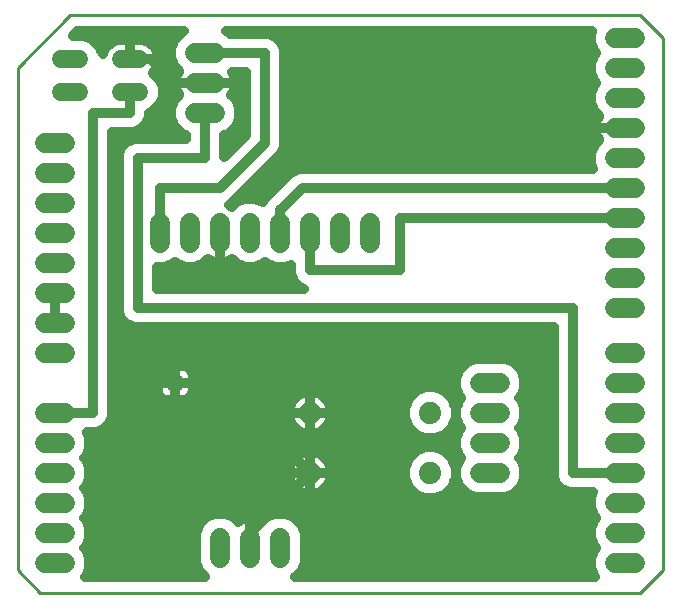
<source format=gtl>
G75*
%MOIN*%
%OFA0B0*%
%FSLAX24Y24*%
%IPPOS*%
%LPD*%
%AMOC8*
5,1,8,0,0,1.08239X$1,22.5*
%
%ADD10C,0.0100*%
%ADD11C,0.0660*%
%ADD12C,0.0740*%
%ADD13C,0.0600*%
%ADD14C,0.0320*%
%ADD15R,0.0480X0.0480*%
D10*
X000900Y001150D02*
X020900Y001150D01*
X021650Y001900D01*
X021650Y019650D01*
X020900Y020400D01*
X001900Y020400D01*
X000150Y018650D01*
X000150Y001900D01*
X000900Y001150D01*
D11*
X001070Y002150D02*
X001730Y002150D01*
X001730Y003150D02*
X001070Y003150D01*
X001070Y004150D02*
X001730Y004150D01*
X001730Y005150D02*
X001070Y005150D01*
X001070Y006150D02*
X001730Y006150D01*
X001730Y007150D02*
X001070Y007150D01*
X001070Y009150D02*
X001730Y009150D01*
X001730Y010150D02*
X001070Y010150D01*
X001070Y011150D02*
X001730Y011150D01*
X001730Y012150D02*
X001070Y012150D01*
X001070Y013150D02*
X001730Y013150D01*
X001730Y014150D02*
X001070Y014150D01*
X001070Y015150D02*
X001730Y015150D01*
X001730Y016150D02*
X001070Y016150D01*
X004900Y013480D02*
X004900Y012820D01*
X005900Y012820D02*
X005900Y013480D01*
X006900Y013480D02*
X006900Y012820D01*
X007900Y012820D02*
X007900Y013480D01*
X008900Y013480D02*
X008900Y012820D01*
X009900Y012820D02*
X009900Y013480D01*
X010900Y013480D02*
X010900Y012820D01*
X011900Y012820D02*
X011900Y013480D01*
X015570Y008150D02*
X016230Y008150D01*
X016230Y007150D02*
X015570Y007150D01*
X015570Y006150D02*
X016230Y006150D01*
X016230Y005150D02*
X015570Y005150D01*
X020070Y005150D02*
X020730Y005150D01*
X020730Y006150D02*
X020070Y006150D01*
X020070Y007150D02*
X020730Y007150D01*
X020730Y008150D02*
X020070Y008150D01*
X020070Y009150D02*
X020730Y009150D01*
X020730Y010650D02*
X020070Y010650D01*
X020070Y011650D02*
X020730Y011650D01*
X020730Y012650D02*
X020070Y012650D01*
X020070Y013650D02*
X020730Y013650D01*
X020730Y014650D02*
X020070Y014650D01*
X020070Y015650D02*
X020730Y015650D01*
X020730Y016650D02*
X020070Y016650D01*
X020070Y017650D02*
X020730Y017650D01*
X020730Y018650D02*
X020070Y018650D01*
X020070Y019650D02*
X020730Y019650D01*
X020730Y004150D02*
X020070Y004150D01*
X020070Y003150D02*
X020730Y003150D01*
X020730Y002150D02*
X020070Y002150D01*
X008900Y002320D02*
X008900Y002980D01*
X007900Y002980D02*
X007900Y002320D01*
X006900Y002320D02*
X006900Y002980D01*
X006730Y017150D02*
X006070Y017150D01*
X006070Y018150D02*
X006730Y018150D01*
X006730Y019150D02*
X006070Y019150D01*
D12*
X009900Y007150D03*
X009900Y005150D03*
X013900Y005150D03*
X013900Y007150D03*
D13*
X004200Y017850D02*
X003600Y017850D01*
X003600Y018950D02*
X004200Y018950D01*
X002200Y018950D02*
X001600Y018950D01*
X001600Y017850D02*
X002200Y017850D01*
D14*
X002650Y017150D02*
X003900Y017150D01*
X003900Y017850D01*
X004540Y017147D02*
X004540Y017023D01*
X004443Y016787D01*
X004263Y016607D01*
X004027Y016510D01*
X003290Y016510D01*
X003290Y007023D01*
X003193Y006787D01*
X003013Y006607D01*
X002777Y006510D01*
X002458Y006510D01*
X002540Y006311D01*
X002540Y005989D01*
X002417Y005691D01*
X002376Y005650D01*
X002417Y005609D01*
X002540Y005311D01*
X002540Y004989D01*
X002417Y004691D01*
X002376Y004650D01*
X002417Y004609D01*
X002540Y004311D01*
X002540Y003989D01*
X002417Y003691D01*
X002376Y003650D01*
X002417Y003609D01*
X002540Y003311D01*
X002540Y002989D01*
X002417Y002691D01*
X002376Y002650D01*
X002417Y002609D01*
X002540Y002311D01*
X002540Y001989D01*
X002417Y001691D01*
X002406Y001680D01*
X006394Y001680D01*
X006213Y001861D01*
X006090Y002159D01*
X006090Y003141D01*
X006213Y003439D01*
X006441Y003667D01*
X006739Y003790D01*
X007061Y003790D01*
X007359Y003667D01*
X007504Y003521D01*
X007527Y003538D01*
X007603Y003582D01*
X007684Y003616D01*
X007769Y003639D01*
X007856Y003650D01*
X007900Y003650D01*
X007900Y002650D01*
X007900Y003150D01*
X009900Y005150D01*
X006900Y008150D01*
X005400Y008150D01*
X003400Y010150D01*
X003400Y016150D01*
X003650Y016400D01*
X004150Y016400D01*
X005400Y017650D01*
X005400Y018150D01*
X006400Y018150D01*
X007400Y018150D01*
X007400Y018194D01*
X007389Y018281D01*
X007366Y018366D01*
X007332Y018447D01*
X007296Y018510D01*
X007760Y018510D01*
X007760Y016415D01*
X007040Y015695D01*
X007040Y016402D01*
X007189Y016463D01*
X007417Y016691D01*
X007540Y016989D01*
X007540Y017311D01*
X007417Y017609D01*
X007271Y017754D01*
X007288Y017777D01*
X007332Y017853D01*
X007366Y017934D01*
X007389Y018019D01*
X007400Y018106D01*
X007400Y018150D01*
X006400Y018150D01*
X006400Y018150D01*
X006400Y018150D01*
X005400Y018150D01*
X004600Y018950D01*
X003900Y018950D01*
X003900Y018950D01*
X003900Y019590D01*
X004242Y019590D01*
X004325Y019579D01*
X004406Y019557D01*
X004484Y019525D01*
X004556Y019483D01*
X004623Y019432D01*
X004682Y019373D01*
X004733Y019306D01*
X004775Y019234D01*
X004807Y019156D01*
X004829Y019075D01*
X004840Y018992D01*
X004840Y018950D01*
X003900Y018950D01*
X003900Y018950D01*
X003900Y019590D01*
X003558Y019590D01*
X003475Y019579D01*
X003394Y019557D01*
X003316Y019525D01*
X003244Y019483D01*
X003177Y019432D01*
X003118Y019373D01*
X003067Y019306D01*
X003025Y019234D01*
X002993Y019156D01*
X002979Y019107D01*
X002861Y019392D01*
X002642Y019611D01*
X002355Y019730D01*
X001980Y019730D01*
X002120Y019870D01*
X005692Y019870D01*
X005611Y019837D01*
X005383Y019609D01*
X005260Y019311D01*
X005260Y018989D01*
X005383Y018691D01*
X005529Y018546D01*
X005512Y018523D01*
X005468Y018447D01*
X005434Y018366D01*
X005411Y018281D01*
X005400Y018194D01*
X005400Y018150D01*
X005400Y018106D01*
X005411Y018019D01*
X005434Y017934D01*
X005468Y017853D01*
X005512Y017777D01*
X005529Y017754D01*
X005383Y017609D01*
X005260Y017311D01*
X005260Y016989D01*
X005383Y016691D01*
X005611Y016463D01*
X005760Y016402D01*
X005760Y016290D01*
X004023Y016290D01*
X003787Y016193D01*
X003607Y016013D01*
X003510Y015777D01*
X003510Y010523D01*
X003607Y010287D01*
X003787Y010107D01*
X004023Y010010D01*
X018010Y010010D01*
X018010Y005023D01*
X018107Y004787D01*
X018287Y004607D01*
X018523Y004510D01*
X019342Y004510D01*
X019260Y004311D01*
X019260Y003989D01*
X019383Y003691D01*
X019424Y003650D01*
X019383Y003609D01*
X019260Y003311D01*
X019260Y002989D01*
X019383Y002691D01*
X019424Y002650D01*
X019383Y002609D01*
X019260Y002311D01*
X019260Y001989D01*
X019383Y001691D01*
X019394Y001680D01*
X009406Y001680D01*
X009587Y001861D01*
X009710Y002159D01*
X009710Y003141D01*
X009587Y003439D01*
X009359Y003667D01*
X009061Y003790D01*
X008739Y003790D01*
X008441Y003667D01*
X008296Y003521D01*
X008273Y003538D01*
X008197Y003582D01*
X008116Y003616D01*
X008031Y003639D01*
X007944Y003650D01*
X007900Y003650D01*
X007900Y002650D01*
X007900Y002650D01*
X007900Y002654D02*
X007900Y002654D01*
X007900Y002972D02*
X007900Y002972D01*
X007900Y003291D02*
X007900Y003291D01*
X007900Y003609D02*
X007900Y003609D01*
X007668Y003609D02*
X007417Y003609D01*
X008132Y003609D02*
X008383Y003609D01*
X009417Y003609D02*
X019383Y003609D01*
X019285Y003928D02*
X002515Y003928D01*
X002540Y004246D02*
X019260Y004246D01*
X019260Y003291D02*
X009648Y003291D01*
X009710Y002972D02*
X019267Y002972D01*
X019421Y002654D02*
X009710Y002654D01*
X009710Y002335D02*
X019270Y002335D01*
X019260Y002017D02*
X009651Y002017D01*
X009424Y001698D02*
X019380Y001698D01*
X018391Y004565D02*
X016790Y004565D01*
X016689Y004463D02*
X016917Y004691D01*
X017040Y004989D01*
X017040Y005311D01*
X016917Y005609D01*
X016876Y005650D01*
X016917Y005691D01*
X017040Y005989D01*
X017040Y006311D01*
X016917Y006609D01*
X016876Y006650D01*
X016917Y006691D01*
X017040Y006989D01*
X017040Y007311D01*
X016917Y007609D01*
X016876Y007650D01*
X016917Y007691D01*
X017040Y007989D01*
X017040Y008311D01*
X016917Y008609D01*
X016689Y008837D01*
X016391Y008960D01*
X015409Y008960D01*
X015111Y008837D01*
X014883Y008609D01*
X014760Y008311D01*
X014760Y007989D01*
X014883Y007691D01*
X014924Y007650D01*
X014883Y007609D01*
X014760Y007311D01*
X014760Y006989D01*
X014883Y006691D01*
X014924Y006650D01*
X014883Y006609D01*
X014760Y006311D01*
X014760Y005989D01*
X014883Y005691D01*
X014924Y005650D01*
X014883Y005609D01*
X014760Y005311D01*
X014760Y004989D01*
X014883Y004691D01*
X015111Y004463D01*
X015409Y004340D01*
X016391Y004340D01*
X016689Y004463D01*
X016996Y004883D02*
X018068Y004883D01*
X018010Y005202D02*
X017040Y005202D01*
X016953Y005520D02*
X018010Y005520D01*
X018010Y005839D02*
X016978Y005839D01*
X017040Y006157D02*
X018010Y006157D01*
X018010Y006476D02*
X016972Y006476D01*
X016959Y006794D02*
X018010Y006794D01*
X018010Y007113D02*
X017040Y007113D01*
X016990Y007431D02*
X018010Y007431D01*
X018010Y007750D02*
X016941Y007750D01*
X017040Y008068D02*
X018010Y008068D01*
X018010Y008387D02*
X017009Y008387D01*
X016821Y008705D02*
X018010Y008705D01*
X018010Y009024D02*
X003290Y009024D01*
X003290Y009342D02*
X018010Y009342D01*
X018010Y009661D02*
X003290Y009661D01*
X003290Y009979D02*
X018010Y009979D01*
X018650Y010650D02*
X018650Y005150D01*
X020400Y005150D01*
X018650Y010650D02*
X004150Y010650D01*
X004150Y015650D01*
X006400Y015650D01*
X006400Y017150D01*
X006400Y018150D02*
X005400Y018150D01*
X005409Y018260D02*
X004874Y018260D01*
X004861Y018292D02*
X004654Y018499D01*
X004682Y018527D01*
X004733Y018594D01*
X004775Y018666D01*
X004807Y018744D01*
X004829Y018825D01*
X004840Y018908D01*
X004840Y018950D01*
X003900Y018950D01*
X003900Y019216D02*
X003900Y019216D01*
X003900Y019534D02*
X003900Y019534D01*
X003338Y019534D02*
X002719Y019534D01*
X002934Y019216D02*
X003017Y019216D01*
X002102Y019853D02*
X005649Y019853D01*
X005352Y019534D02*
X004462Y019534D01*
X004783Y019216D02*
X005260Y019216D01*
X005298Y018897D02*
X004839Y018897D01*
X004722Y018579D02*
X005496Y018579D01*
X005432Y017942D02*
X004980Y017942D01*
X004980Y018005D02*
X004861Y018292D01*
X004980Y018005D02*
X004980Y017695D01*
X004861Y017408D01*
X004642Y017189D01*
X004540Y017147D01*
X004525Y016986D02*
X005261Y016986D01*
X005260Y017305D02*
X004758Y017305D01*
X004950Y017623D02*
X005398Y017623D01*
X005407Y016668D02*
X004323Y016668D01*
X003625Y016031D02*
X003290Y016031D01*
X003290Y016349D02*
X005760Y016349D01*
X007040Y016349D02*
X007694Y016349D01*
X007760Y016668D02*
X007393Y016668D01*
X007539Y016986D02*
X007760Y016986D01*
X007760Y017305D02*
X007540Y017305D01*
X007402Y017623D02*
X007760Y017623D01*
X007760Y017942D02*
X007368Y017942D01*
X007391Y018260D02*
X007760Y018260D01*
X008400Y019150D02*
X006400Y019150D01*
X007108Y019870D02*
X019284Y019870D01*
X019260Y019811D01*
X019260Y019489D01*
X019383Y019191D01*
X019424Y019150D01*
X019383Y019109D01*
X019260Y018811D01*
X019260Y018489D01*
X019383Y018191D01*
X019424Y018150D01*
X019383Y018109D01*
X019260Y017811D01*
X019260Y017489D01*
X019383Y017191D01*
X019529Y017046D01*
X019512Y017023D01*
X019468Y016947D01*
X019434Y016866D01*
X019411Y016781D01*
X019400Y016694D01*
X019400Y016650D01*
X020400Y016650D01*
X020400Y016650D01*
X019400Y016650D01*
X019400Y016606D01*
X019411Y016519D01*
X019434Y016434D01*
X019468Y016353D01*
X019512Y016277D01*
X019529Y016254D01*
X019383Y016109D01*
X019260Y015811D01*
X019260Y015489D01*
X019342Y015290D01*
X009523Y015290D01*
X009287Y015193D01*
X008537Y014443D01*
X008357Y014263D01*
X008324Y014181D01*
X008061Y014290D01*
X007739Y014290D01*
X007441Y014167D01*
X007296Y014021D01*
X007273Y014038D01*
X007199Y014081D01*
X007263Y014107D01*
X008943Y015787D01*
X009040Y016023D01*
X009040Y019277D01*
X008943Y019513D01*
X008763Y019693D01*
X008527Y019790D01*
X007236Y019790D01*
X007189Y019837D01*
X007108Y019870D01*
X007151Y019853D02*
X019277Y019853D01*
X019260Y019534D02*
X008921Y019534D01*
X009040Y019216D02*
X019373Y019216D01*
X019296Y018897D02*
X009040Y018897D01*
X009040Y018579D02*
X019260Y018579D01*
X019355Y018260D02*
X009040Y018260D01*
X009040Y017942D02*
X019314Y017942D01*
X019260Y017623D02*
X009040Y017623D01*
X009040Y017305D02*
X019336Y017305D01*
X019490Y016986D02*
X009040Y016986D01*
X009040Y016668D02*
X019400Y016668D01*
X019470Y016349D02*
X009040Y016349D01*
X009040Y016031D02*
X019351Y016031D01*
X019260Y015712D02*
X008867Y015712D01*
X008549Y015394D02*
X019300Y015394D01*
X020400Y014650D02*
X009650Y014650D01*
X008900Y013900D01*
X008900Y013150D01*
X008400Y012174D02*
X008441Y012133D01*
X008739Y012010D01*
X009061Y012010D01*
X009260Y012092D01*
X009260Y011773D01*
X009357Y011537D01*
X009537Y011357D01*
X009700Y011290D01*
X004790Y011290D01*
X004790Y012010D01*
X005061Y012010D01*
X005359Y012133D01*
X005400Y012174D01*
X005441Y012133D01*
X005739Y012010D01*
X006061Y012010D01*
X006359Y012133D01*
X006504Y012279D01*
X006527Y012262D01*
X006603Y012218D01*
X006684Y012184D01*
X006769Y012161D01*
X006856Y012150D01*
X006900Y012150D01*
X006944Y012150D01*
X007031Y012161D01*
X007116Y012184D01*
X007197Y012218D01*
X007273Y012262D01*
X007296Y012279D01*
X007441Y012133D01*
X007739Y012010D01*
X008061Y012010D01*
X008359Y012133D01*
X008400Y012174D01*
X009260Y011890D02*
X004790Y011890D01*
X004790Y011572D02*
X009343Y011572D01*
X009900Y011900D02*
X009900Y013150D01*
X009900Y011900D02*
X012900Y011900D01*
X012900Y013650D01*
X020400Y013650D01*
X014979Y008705D02*
X005768Y008705D01*
X005739Y008717D02*
X005673Y008730D01*
X005400Y008730D01*
X005400Y008150D01*
X005980Y008150D01*
X005980Y008423D01*
X005967Y008489D01*
X005941Y008551D01*
X005904Y008607D01*
X005857Y008654D01*
X005801Y008691D01*
X005739Y008717D01*
X005980Y008387D02*
X014791Y008387D01*
X014760Y008068D02*
X005980Y008068D01*
X005980Y008150D02*
X005980Y007877D01*
X005967Y007811D01*
X005941Y007749D01*
X005904Y007693D01*
X005857Y007646D01*
X005801Y007609D01*
X005739Y007583D01*
X005673Y007570D01*
X005400Y007570D01*
X005400Y008150D01*
X005400Y008150D01*
X005400Y008150D01*
X005980Y008150D01*
X005942Y007750D02*
X009518Y007750D01*
X009505Y007742D02*
X009431Y007685D01*
X009365Y007619D01*
X009308Y007545D01*
X009262Y007465D01*
X009226Y007379D01*
X009202Y007289D01*
X009190Y007197D01*
X009190Y007150D01*
X009900Y007150D01*
X010610Y007150D01*
X010610Y007197D01*
X010598Y007289D01*
X010574Y007379D01*
X010538Y007465D01*
X010492Y007545D01*
X010435Y007619D01*
X010369Y007685D01*
X010295Y007742D01*
X010215Y007788D01*
X010129Y007824D01*
X010039Y007848D01*
X009947Y007860D01*
X009900Y007860D01*
X009900Y007150D01*
X009900Y007150D01*
X009900Y007150D01*
X010610Y007150D01*
X010610Y007103D01*
X010598Y007011D01*
X010574Y006921D01*
X010538Y006835D01*
X010492Y006755D01*
X010435Y006681D01*
X010369Y006615D01*
X010295Y006558D01*
X010215Y006512D01*
X010129Y006476D01*
X010039Y006452D01*
X009947Y006440D01*
X009900Y006440D01*
X009900Y007150D01*
X009900Y007150D01*
X009900Y007150D01*
X009900Y007860D01*
X009853Y007860D01*
X009761Y007848D01*
X009671Y007824D01*
X009585Y007788D01*
X009505Y007742D01*
X009248Y007431D02*
X003290Y007431D01*
X003290Y007113D02*
X009190Y007113D01*
X009190Y007103D02*
X009202Y007011D01*
X009226Y006921D01*
X009262Y006835D01*
X009308Y006755D01*
X009365Y006681D01*
X009431Y006615D01*
X009505Y006558D01*
X009585Y006512D01*
X009671Y006476D01*
X009761Y006452D01*
X009853Y006440D01*
X009900Y006440D01*
X009900Y007150D01*
X009190Y007150D01*
X009190Y007103D01*
X009286Y006794D02*
X003195Y006794D01*
X002650Y007150D02*
X002650Y017150D01*
X003290Y015712D02*
X003510Y015712D01*
X003510Y015394D02*
X003290Y015394D01*
X003290Y015075D02*
X003510Y015075D01*
X003510Y014757D02*
X003290Y014757D01*
X003290Y014438D02*
X003510Y014438D01*
X003510Y014120D02*
X003290Y014120D01*
X003290Y013801D02*
X003510Y013801D01*
X003510Y013483D02*
X003290Y013483D01*
X003290Y013164D02*
X003510Y013164D01*
X003510Y012846D02*
X003290Y012846D01*
X003290Y012527D02*
X003510Y012527D01*
X003510Y012209D02*
X003290Y012209D01*
X003290Y011890D02*
X003510Y011890D01*
X003510Y011572D02*
X003290Y011572D01*
X003290Y011253D02*
X003510Y011253D01*
X003510Y010935D02*
X003290Y010935D01*
X003290Y010616D02*
X003510Y010616D01*
X003603Y010298D02*
X003290Y010298D01*
X003290Y008705D02*
X005032Y008705D01*
X005061Y008717D02*
X004999Y008691D01*
X004943Y008654D01*
X004896Y008607D01*
X004859Y008551D01*
X004833Y008489D01*
X004820Y008423D01*
X004820Y008150D01*
X005400Y008150D01*
X005400Y008150D01*
X005400Y008150D01*
X005400Y008730D01*
X005127Y008730D01*
X005061Y008717D01*
X005400Y008705D02*
X005400Y008705D01*
X005400Y008387D02*
X005400Y008387D01*
X005400Y008150D02*
X004820Y008150D01*
X004820Y007877D01*
X004833Y007811D01*
X004859Y007749D01*
X004896Y007693D01*
X004943Y007646D01*
X004999Y007609D01*
X005061Y007583D01*
X005127Y007570D01*
X005400Y007570D01*
X005400Y008150D01*
X005400Y008068D02*
X005400Y008068D01*
X005400Y007750D02*
X005400Y007750D01*
X004858Y007750D02*
X003290Y007750D01*
X003290Y008068D02*
X004820Y008068D01*
X004820Y008387D02*
X003290Y008387D01*
X002650Y007150D02*
X001400Y007150D01*
X002472Y006476D02*
X009674Y006476D01*
X009900Y006476D02*
X009900Y006476D01*
X010126Y006476D02*
X013372Y006476D01*
X013419Y006429D02*
X013731Y006300D01*
X014069Y006300D01*
X014381Y006429D01*
X014621Y006669D01*
X014750Y006981D01*
X014750Y007319D01*
X014621Y007631D01*
X014381Y007871D01*
X014069Y008000D01*
X013731Y008000D01*
X013419Y007871D01*
X013179Y007631D01*
X013050Y007319D01*
X013050Y006981D01*
X013179Y006669D01*
X013419Y006429D01*
X013731Y006000D02*
X013419Y005871D01*
X013179Y005631D01*
X013050Y005319D01*
X013050Y004981D01*
X013179Y004669D01*
X013419Y004429D01*
X013731Y004300D01*
X014069Y004300D01*
X014381Y004429D01*
X014621Y004669D01*
X014750Y004981D01*
X014750Y005319D01*
X014621Y005631D01*
X014381Y005871D01*
X014069Y006000D01*
X013731Y006000D01*
X013386Y005839D02*
X010074Y005839D01*
X010039Y005848D02*
X010129Y005824D01*
X010215Y005788D01*
X010295Y005742D01*
X010369Y005685D01*
X010435Y005619D01*
X010492Y005545D01*
X010538Y005465D01*
X010574Y005379D01*
X010598Y005289D01*
X010610Y005197D01*
X010610Y005150D01*
X009900Y005150D01*
X009900Y005150D01*
X009900Y005150D01*
X009900Y005860D01*
X009947Y005860D01*
X010039Y005848D01*
X009900Y005839D02*
X009900Y005839D01*
X009900Y005860D02*
X009853Y005860D01*
X009761Y005848D01*
X009671Y005824D01*
X009585Y005788D01*
X009505Y005742D01*
X009431Y005685D01*
X009365Y005619D01*
X009308Y005545D01*
X009262Y005465D01*
X009226Y005379D01*
X009202Y005289D01*
X009190Y005197D01*
X009190Y005150D01*
X009900Y005150D01*
X010610Y005150D01*
X010610Y005103D01*
X010598Y005011D01*
X010574Y004921D01*
X010538Y004835D01*
X010492Y004755D01*
X010435Y004681D01*
X010369Y004615D01*
X010295Y004558D01*
X010215Y004512D01*
X010129Y004476D01*
X010039Y004452D01*
X009947Y004440D01*
X009900Y004440D01*
X009900Y005150D01*
X009900Y005150D01*
X009900Y005150D01*
X009900Y005860D01*
X009726Y005839D02*
X002478Y005839D01*
X002453Y005520D02*
X009294Y005520D01*
X009191Y005202D02*
X002540Y005202D01*
X002496Y004883D02*
X009242Y004883D01*
X009226Y004921D02*
X009262Y004835D01*
X009308Y004755D01*
X009365Y004681D01*
X009431Y004615D01*
X009505Y004558D01*
X009585Y004512D01*
X009671Y004476D01*
X009761Y004452D01*
X009853Y004440D01*
X009900Y004440D01*
X009900Y005150D01*
X009190Y005150D01*
X009190Y005103D01*
X009202Y005011D01*
X009226Y004921D01*
X009497Y004565D02*
X002435Y004565D01*
X002417Y003609D02*
X006383Y003609D01*
X006152Y003291D02*
X002540Y003291D01*
X002533Y002972D02*
X006090Y002972D01*
X006090Y002654D02*
X002379Y002654D01*
X002530Y002335D02*
X006090Y002335D01*
X006149Y002017D02*
X002540Y002017D01*
X002420Y001698D02*
X006376Y001698D01*
X009900Y004565D02*
X009900Y004565D01*
X009900Y004883D02*
X009900Y004883D01*
X009900Y005202D02*
X009900Y005202D01*
X009900Y005520D02*
X009900Y005520D01*
X010506Y005520D02*
X013133Y005520D01*
X013050Y005202D02*
X010609Y005202D01*
X010558Y004883D02*
X013091Y004883D01*
X013283Y004565D02*
X010303Y004565D01*
X010514Y006794D02*
X013127Y006794D01*
X013050Y007113D02*
X010610Y007113D01*
X010552Y007431D02*
X013096Y007431D01*
X013297Y007750D02*
X010282Y007750D01*
X009900Y007750D02*
X009900Y007750D01*
X009900Y007431D02*
X009900Y007431D01*
X009900Y007113D02*
X009900Y007113D01*
X009900Y006794D02*
X009900Y006794D01*
X007366Y012209D02*
X007175Y012209D01*
X006900Y012209D02*
X006900Y012209D01*
X006900Y012150D02*
X006900Y013150D01*
X006900Y013150D01*
X006900Y012150D01*
X006625Y012209D02*
X006434Y012209D01*
X006900Y012527D02*
X006900Y012527D01*
X006900Y012846D02*
X006900Y012846D01*
X007275Y014120D02*
X007394Y014120D01*
X007593Y014438D02*
X008533Y014438D01*
X008851Y014757D02*
X007912Y014757D01*
X008230Y015075D02*
X009170Y015075D01*
X008400Y016150D02*
X008400Y019150D01*
X008400Y016150D02*
X006900Y014650D01*
X004900Y014650D01*
X004900Y013150D01*
X007040Y015712D02*
X007057Y015712D01*
X007040Y016031D02*
X007375Y016031D01*
X001400Y011150D02*
X001400Y010150D01*
X001400Y010150D01*
X001400Y010820D01*
X001400Y011150D01*
X001400Y011150D01*
X001400Y010935D02*
X001400Y010935D01*
X001400Y010616D02*
X001400Y010616D01*
X001400Y010298D02*
X001400Y010298D01*
X002540Y006157D02*
X014760Y006157D01*
X014822Y005839D02*
X014414Y005839D01*
X014667Y005520D02*
X014847Y005520D01*
X014760Y005202D02*
X014750Y005202D01*
X014709Y004883D02*
X014804Y004883D01*
X015010Y004565D02*
X014517Y004565D01*
X014428Y006476D02*
X014828Y006476D01*
X014841Y006794D02*
X014673Y006794D01*
X014750Y007113D02*
X014760Y007113D01*
X014810Y007431D02*
X014704Y007431D01*
X014859Y007750D02*
X014503Y007750D01*
D15*
X005400Y008150D03*
M02*

</source>
